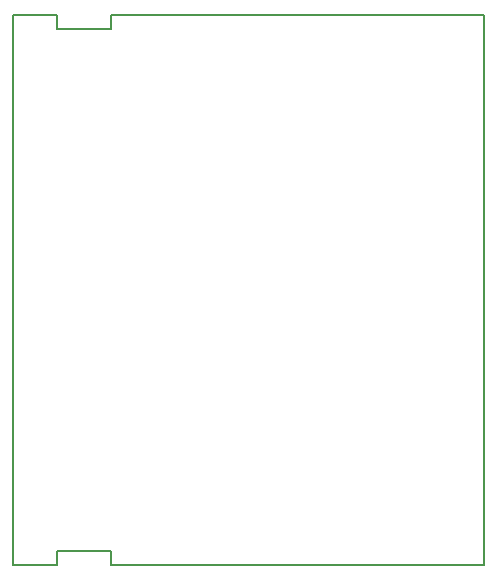
<source format=gbr>
G04 #@! TF.GenerationSoftware,KiCad,Pcbnew,8.0.1*
G04 #@! TF.CreationDate,2024-06-18T21:20:24-04:00*
G04 #@! TF.ProjectId,OdysseyDaughterCardFlipFlop,4f647973-7365-4794-9461-756768746572,1.2*
G04 #@! TF.SameCoordinates,Original*
G04 #@! TF.FileFunction,Profile,NP*
%FSLAX46Y46*%
G04 Gerber Fmt 4.6, Leading zero omitted, Abs format (unit mm)*
G04 Created by KiCad (PCBNEW 8.0.1) date 2024-06-18 21:20:24*
%MOMM*%
%LPD*%
G01*
G04 APERTURE LIST*
G04 #@! TA.AperFunction,Profile*
%ADD10C,0.150000*%
G04 #@! TD*
G04 APERTURE END LIST*
D10*
X162306000Y-77700000D02*
X130775000Y-77700000D01*
X126175000Y-124300000D02*
X126175000Y-123100000D01*
X162306000Y-77700000D02*
X162306000Y-124300000D01*
X130775000Y-124300000D02*
X162306000Y-124300000D01*
X130775000Y-77700000D02*
X130775000Y-78900000D01*
X122425000Y-124300000D02*
X122425000Y-77700000D01*
X122425000Y-124300000D02*
X126175000Y-124300000D01*
X130775000Y-78900000D02*
X126175000Y-78900000D01*
X126175000Y-77700000D02*
X122425000Y-77700000D01*
X126175000Y-78900000D02*
X126175000Y-77700000D01*
X130775000Y-123100000D02*
X130775000Y-124300000D01*
X126175000Y-123100000D02*
X130775000Y-123100000D01*
M02*

</source>
